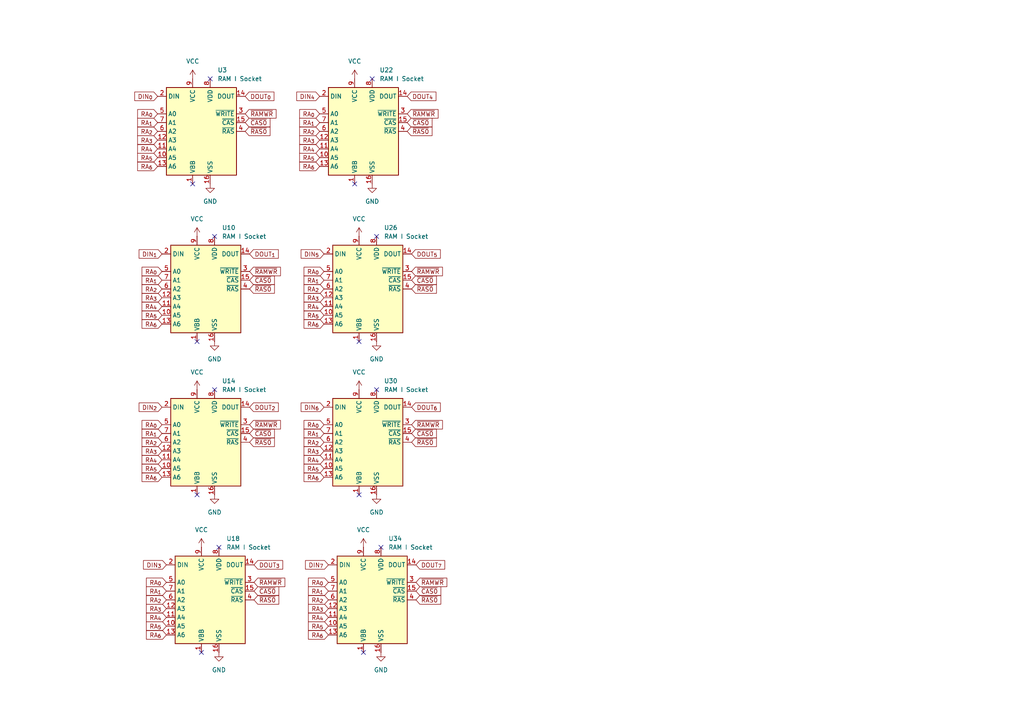
<source format=kicad_sch>
(kicad_sch (version 20250114) (generator "eeschema") (generator_version "9.0")
  (paper "A4")
  (title_block (title "Sharp MZ-80B Bank I RAM") (date "9/FEB/2026") (rev "A") (company "Brett Hallen") (comment 4 "Redrawn from Service Manual schematic"))
  (lib_symbols
    (symbol "Memory_RAM:MK4116N"
      (property "Reference" "U" (at -10.16 13.335 0))
      (property "Value" "MK4116N" (at 5.08 13.716 0))
      (symbol "MK4116N_0_0"
        (pin power_in line (at -2.54 15.24 270) (length 2.54) (name "VCC") (number "9"))
        (pin power_in line (at -2.54 -15.24 90) (length 2.54) (name "VBB") (number "1"))
        (pin power_in line (at 2.54 15.24 270) (length 2.54) (name "VDD") (number "8"))
        (pin power_in line (at 2.54 -15.24 90) (length 2.54) (name "VSS") (number "16"))
      )
      (symbol "MK4116N_0_1"
        (rectangle (start -10.16 12.7) (end 10.16 -12.7) (stroke (width 0.254)) (fill (type background)))
      )
      (symbol "MK4116N_1_1"
        (pin input line (at -12.7 10.16 0) (length 2.54) (name "DIN") (number "2"))
        (pin input line (at -12.7 5.08 0) (length 2.54) (name "A0") (number "5"))
        (pin input line (at -12.7 2.54 0) (length 2.54) (name "A1") (number "7"))
        (pin input line (at -12.7 0 0) (length 2.54) (name "A2") (number "6"))
        (pin input line (at -12.7 -2.54 0) (length 2.54) (name "A3") (number "12"))
        (pin input line (at -12.7 -5.08 0) (length 2.54) (name "A4") (number "11"))
        (pin input line (at -12.7 -7.62 0) (length 2.54) (name "A5") (number "10"))
        (pin input line (at -12.7 -10.16 0) (length 2.54) (name "A6") (number "13"))
        (pin tri_state line (at 12.7 10.16 180) (length 2.54) (name "DOUT") (number "14"))
        (pin input line (at 12.7 5.08 180) (length 2.54) (name "~{WRITE}") (number "3"))
        (pin input line (at 12.7 2.54 180) (length 2.54) (name "~{CAS}") (number "15"))
        (pin input line (at 12.7 0 180) (length 2.54) (name "~{RAS}") (number "4"))
      )
    )
    (symbol "power:GND" (power) (pin_numbers (hide yes)) (pin_names (offset 0) (hide yes))
      (property "Value" "GND" (at 0 -3.81 0))
      (symbol "GND_0_1"
        (polyline (pts (xy 0 0) (xy 0 -1.27) (xy 1.27 -1.27) (xy 0 -2.54) (xy -1.27 -1.27) (xy 0 -1.27)))
      )
      (symbol "GND_1_1"
        (pin power_in line (at 0 0 270) (length 0) (name "~") (number "1"))
      )
    )
    (symbol "power:VCC" (power) (pin_numbers (hide yes)) (pin_names (offset 0) (hide yes))
      (property "Value" "VCC" (at 0 3.556 0))
      (symbol "VCC_0_1"
        (polyline (pts (xy -0.762 1.27) (xy 0 2.54)))
        (polyline (pts (xy 0 2.54) (xy 0.762 1.27)))
        (polyline (pts (xy 0 0) (xy 0 2.54)))
      )
      (symbol "VCC_1_1"
        (pin power_in line (at 0 0 90) (length 0) (name "~") (number "1"))
      )
    )
  )
  (no_connect (at 63.5 158.75))
  (no_connect (at 60.96 22.86))
  (no_connect (at 109.22 68.58))
  (no_connect (at 110.49 158.75))
  (no_connect (at 62.23 68.58))
  (no_connect (at 57.15 99.06))
  (no_connect (at 55.88 53.34))
  (no_connect (at 105.41 189.23))
  (no_connect (at 62.23 113.03))
  (no_connect (at 104.14 143.51))
  (no_connect (at 102.87 53.34))
  (no_connect (at 109.22 113.03))
  (no_connect (at 107.95 22.86))
  (no_connect (at 57.15 143.51))
  (no_connect (at 104.14 99.06))
  (no_connect (at 58.42 189.23))
  (global_label "~{RAMWR}" (shape input) (at 119.38 78.74 0) (property "Intersheetrefs" "${INTERSHEET_REFS}" (effects (hide yes))))
  (global_label "~{RAMWR}" (shape input) (at 73.66 168.91 0) (property "Intersheetrefs" "${INTERSHEET_REFS}" (effects (hide yes))))
  (global_label "RA_{4}" (shape input) (at 93.98 88.9 180) (property "Intersheetrefs" "${INTERSHEET_REFS}" (effects (hide yes))))
  (global_label "~{RAS0}" (shape input) (at 73.66 173.99 0) (property "Intersheetrefs" "${INTERSHEET_REFS}" (effects (hide yes))))
  (global_label "RA_{1}" (shape input) (at 92.71 35.56 180) (property "Intersheetrefs" "${INTERSHEET_REFS}" (effects (hide yes))))
  (global_label "RA_{1}" (shape input) (at 46.99 125.73 180) (property "Intersheetrefs" "${INTERSHEET_REFS}" (effects (hide yes))))
  (global_label "DIN_{7}" (shape input) (at 95.25 163.83 180) (property "Intersheetrefs" "${INTERSHEET_REFS}" (effects (hide yes))))
  (global_label "RA_{2}" (shape input) (at 93.98 83.82 180) (property "Intersheetrefs" "${INTERSHEET_REFS}" (effects (hide yes))))
  (global_label "RA_{5}" (shape input) (at 48.26 181.61 180) (property "Intersheetrefs" "${INTERSHEET_REFS}" (effects (hide yes))))
  (global_label "RA_{6}" (shape input) (at 45.72 48.26 180) (property "Intersheetrefs" "${INTERSHEET_REFS}" (effects (hide yes))))
  (global_label "RA_{0}" (shape input) (at 95.25 168.91 180) (property "Intersheetrefs" "${INTERSHEET_REFS}" (effects (hide yes))))
  (global_label "~{RAS0}" (shape input) (at 118.11 38.1 0) (property "Intersheetrefs" "${INTERSHEET_REFS}" (effects (hide yes))))
  (global_label "RA_{0}" (shape input) (at 92.71 33.02 180) (property "Intersheetrefs" "${INTERSHEET_REFS}" (effects (hide yes))))
  (global_label "RA_{4}" (shape input) (at 46.99 133.35 180) (property "Intersheetrefs" "${INTERSHEET_REFS}" (effects (hide yes))))
  (global_label "~{RAS0}" (shape input) (at 71.12 38.1 0) (property "Intersheetrefs" "${INTERSHEET_REFS}" (effects (hide yes))))
  (global_label "DIN_{2}" (shape input) (at 46.99 118.11 180) (property "Intersheetrefs" "${INTERSHEET_REFS}" (effects (hide yes))))
  (global_label "~{CAS0}" (shape input) (at 119.38 125.73 0) (property "Intersheetrefs" "${INTERSHEET_REFS}" (effects (hide yes))))
  (global_label "~{RAS0}" (shape input) (at 72.39 83.82 0) (property "Intersheetrefs" "${INTERSHEET_REFS}" (effects (hide yes))))
  (global_label "~{RAS0}" (shape input) (at 119.38 83.82 0) (property "Intersheetrefs" "${INTERSHEET_REFS}" (effects (hide yes))))
  (global_label "RA_{4}" (shape input) (at 45.72 43.18 180) (property "Intersheetrefs" "${INTERSHEET_REFS}" (effects (hide yes))))
  (global_label "~{RAMWR}" (shape input) (at 120.65 168.91 0) (property "Intersheetrefs" "${INTERSHEET_REFS}" (effects (hide yes))))
  (global_label "RA_{6}" (shape input) (at 92.71 48.26 180) (property "Intersheetrefs" "${INTERSHEET_REFS}" (effects (hide yes))))
  (global_label "RA_{2}" (shape input) (at 48.26 173.99 180) (property "Intersheetrefs" "${INTERSHEET_REFS}" (effects (hide yes))))
  (global_label "RA_{3}" (shape input) (at 46.99 86.36 180) (property "Intersheetrefs" "${INTERSHEET_REFS}" (effects (hide yes))))
  (global_label "DOUT_{4}" (shape input) (at 118.11 27.94 0) (property "Intersheetrefs" "${INTERSHEET_REFS}" (effects (hide yes))))
  (global_label "DIN_{6}" (shape input) (at 93.98 118.11 180) (property "Intersheetrefs" "${INTERSHEET_REFS}" (effects (hide yes))))
  (global_label "RA_{3}" (shape input) (at 93.98 86.36 180) (property "Intersheetrefs" "${INTERSHEET_REFS}" (effects (hide yes))))
  (global_label "RA_{2}" (shape input) (at 46.99 83.82 180) (property "Intersheetrefs" "${INTERSHEET_REFS}" (effects (hide yes))))
  (global_label "RA_{6}" (shape input) (at 93.98 138.43 180) (property "Intersheetrefs" "${INTERSHEET_REFS}" (effects (hide yes))))
  (global_label "RA_{4}" (shape input) (at 46.99 88.9 180) (property "Intersheetrefs" "${INTERSHEET_REFS}" (effects (hide yes))))
  (global_label "RA_{6}" (shape input) (at 46.99 93.98 180) (property "Intersheetrefs" "${INTERSHEET_REFS}" (effects (hide yes))))
  (global_label "RA_{0}" (shape input) (at 45.72 33.02 180) (property "Intersheetrefs" "${INTERSHEET_REFS}" (effects (hide yes))))
  (global_label "RA_{0}" (shape input) (at 93.98 123.19 180) (property "Intersheetrefs" "${INTERSHEET_REFS}" (effects (hide yes))))
  (global_label "RA_{4}" (shape input) (at 48.26 179.07 180) (property "Intersheetrefs" "${INTERSHEET_REFS}" (effects (hide yes))))
  (global_label "~{CAS0}" (shape input) (at 118.11 35.56 0) (property "Intersheetrefs" "${INTERSHEET_REFS}" (effects (hide yes))))
  (global_label "DIN_{3}" (shape input) (at 48.26 163.83 180) (property "Intersheetrefs" "${INTERSHEET_REFS}" (effects (hide yes))))
  (global_label "~{CAS0}" (shape input) (at 73.66 171.45 0) (property "Intersheetrefs" "${INTERSHEET_REFS}" (effects (hide yes))))
  (global_label "RA_{3}" (shape input) (at 92.71 40.64 180) (property "Intersheetrefs" "${INTERSHEET_REFS}" (effects (hide yes))))
  (global_label "RA_{4}" (shape input) (at 93.98 133.35 180) (property "Intersheetrefs" "${INTERSHEET_REFS}" (effects (hide yes))))
  (global_label "RA_{6}" (shape input) (at 48.26 184.15 180) (property "Intersheetrefs" "${INTERSHEET_REFS}" (effects (hide yes))))
  (global_label "RA_{3}" (shape input) (at 46.99 130.81 180) (property "Intersheetrefs" "${INTERSHEET_REFS}" (effects (hide yes))))
  (global_label "RA_{2}" (shape input) (at 93.98 128.27 180) (property "Intersheetrefs" "${INTERSHEET_REFS}" (effects (hide yes))))
  (global_label "RA_{0}" (shape input) (at 46.99 78.74 180) (property "Intersheetrefs" "${INTERSHEET_REFS}" (effects (hide yes))))
  (global_label "DOUT_{2}" (shape input) (at 72.39 118.11 0) (property "Intersheetrefs" "${INTERSHEET_REFS}" (effects (hide yes))))
  (global_label "~{RAMWR}" (shape input) (at 72.39 123.19 0) (property "Intersheetrefs" "${INTERSHEET_REFS}" (effects (hide yes))))
  (global_label "DIN_{5}" (shape input) (at 93.98 73.66 180) (property "Intersheetrefs" "${INTERSHEET_REFS}" (effects (hide yes))))
  (global_label "RA_{0}" (shape input) (at 93.98 78.74 180) (property "Intersheetrefs" "${INTERSHEET_REFS}" (effects (hide yes))))
  (global_label "RA_{2}" (shape input) (at 46.99 128.27 180) (property "Intersheetrefs" "${INTERSHEET_REFS}" (effects (hide yes))))
  (global_label "RA_{5}" (shape input) (at 46.99 91.44 180) (property "Intersheetrefs" "${INTERSHEET_REFS}" (effects (hide yes))))
  (global_label "RA_{2}" (shape input) (at 45.72 38.1 180) (property "Intersheetrefs" "${INTERSHEET_REFS}" (effects (hide yes))))
  (global_label "~{RAMWR}" (shape input) (at 118.11 33.02 0) (property "Intersheetrefs" "${INTERSHEET_REFS}" (effects (hide yes))))
  (global_label "RA_{5}" (shape input) (at 46.99 135.89 180) (property "Intersheetrefs" "${INTERSHEET_REFS}" (effects (hide yes))))
  (global_label "RA_{1}" (shape input) (at 46.99 81.28 180) (property "Intersheetrefs" "${INTERSHEET_REFS}" (effects (hide yes))))
  (global_label "RA_{1}" (shape input) (at 93.98 81.28 180) (property "Intersheetrefs" "${INTERSHEET_REFS}" (effects (hide yes))))
  (global_label "RA_{1}" (shape input) (at 45.72 35.56 180) (property "Intersheetrefs" "${INTERSHEET_REFS}" (effects (hide yes))))
  (global_label "RA_{6}" (shape input) (at 46.99 138.43 180) (property "Intersheetrefs" "${INTERSHEET_REFS}" (effects (hide yes))))
  (global_label "RA_{1}" (shape input) (at 95.25 171.45 180) (property "Intersheetrefs" "${INTERSHEET_REFS}" (effects (hide yes))))
  (global_label "RA_{3}" (shape input) (at 95.25 176.53 180) (property "Intersheetrefs" "${INTERSHEET_REFS}" (effects (hide yes))))
  (global_label "RA_{5}" (shape input) (at 45.72 45.72 180) (property "Intersheetrefs" "${INTERSHEET_REFS}" (effects (hide yes))))
  (global_label "RA_{6}" (shape input) (at 93.98 93.98 180) (property "Intersheetrefs" "${INTERSHEET_REFS}" (effects (hide yes))))
  (global_label "DIN_{4}" (shape input) (at 92.71 27.94 180) (property "Intersheetrefs" "${INTERSHEET_REFS}" (effects (hide yes))))
  (global_label "~{CAS0}" (shape input) (at 120.65 171.45 0) (property "Intersheetrefs" "${INTERSHEET_REFS}" (effects (hide yes))))
  (global_label "RA_{5}" (shape input) (at 92.71 45.72 180) (property "Intersheetrefs" "${INTERSHEET_REFS}" (effects (hide yes))))
  (global_label "RA_{2}" (shape input) (at 95.25 173.99 180) (property "Intersheetrefs" "${INTERSHEET_REFS}" (effects (hide yes))))
  (global_label "RA_{5}" (shape input) (at 93.98 91.44 180) (property "Intersheetrefs" "${INTERSHEET_REFS}" (effects (hide yes))))
  (global_label "DOUT_{3}" (shape input) (at 73.66 163.83 0) (property "Intersheetrefs" "${INTERSHEET_REFS}" (effects (hide yes))))
  (global_label "RA_{1}" (shape input) (at 48.26 171.45 180) (property "Intersheetrefs" "${INTERSHEET_REFS}" (effects (hide yes))))
  (global_label "~{RAS0}" (shape input) (at 72.39 128.27 0) (property "Intersheetrefs" "${INTERSHEET_REFS}" (effects (hide yes))))
  (global_label "RA_{3}" (shape input) (at 45.72 40.64 180) (property "Intersheetrefs" "${INTERSHEET_REFS}" (effects (hide yes))))
  (global_label "~{RAS0}" (shape input) (at 120.65 173.99 0) (property "Intersheetrefs" "${INTERSHEET_REFS}" (effects (hide yes))))
  (global_label "RA_{5}" (shape input) (at 95.25 181.61 180) (property "Intersheetrefs" "${INTERSHEET_REFS}" (effects (hide yes))))
  (global_label "DOUT_{0}" (shape input) (at 71.12 27.94 0) (property "Intersheetrefs" "${INTERSHEET_REFS}" (effects (hide yes))))
  (global_label "~{RAMWR}" (shape input) (at 71.12 33.02 0) (property "Intersheetrefs" "${INTERSHEET_REFS}" (effects (hide yes))))
  (global_label "~{CAS0}" (shape input) (at 72.39 81.28 0) (property "Intersheetrefs" "${INTERSHEET_REFS}" (effects (hide yes))))
  (global_label "RA_{3}" (shape input) (at 93.98 130.81 180) (property "Intersheetrefs" "${INTERSHEET_REFS}" (effects (hide yes))))
  (global_label "RA_{4}" (shape input) (at 92.71 43.18 180) (property "Intersheetrefs" "${INTERSHEET_REFS}" (effects (hide yes))))
  (global_label "RA_{2}" (shape input) (at 92.71 38.1 180) (property "Intersheetrefs" "${INTERSHEET_REFS}" (effects (hide yes))))
  (global_label "~{RAS0}" (shape input) (at 119.38 128.27 0) (property "Intersheetrefs" "${INTERSHEET_REFS}" (effects (hide yes))))
  (global_label "DOUT_{5}" (shape input) (at 119.38 73.66 0) (property "Intersheetrefs" "${INTERSHEET_REFS}" (effects (hide yes))))
  (global_label "DOUT_{6}" (shape input) (at 119.38 118.11 0) (property "Intersheetrefs" "${INTERSHEET_REFS}" (effects (hide yes))))
  (global_label "RA_{6}" (shape input) (at 95.25 184.15 180) (property "Intersheetrefs" "${INTERSHEET_REFS}" (effects (hide yes))))
  (global_label "RA_{0}" (shape input) (at 46.99 123.19 180) (property "Intersheetrefs" "${INTERSHEET_REFS}" (effects (hide yes))))
  (global_label "~{CAS0}" (shape input) (at 71.12 35.56 0) (property "Intersheetrefs" "${INTERSHEET_REFS}" (effects (hide yes))))
  (global_label "RA_{0}" (shape input) (at 48.26 168.91 180) (property "Intersheetrefs" "${INTERSHEET_REFS}" (effects (hide yes))))
  (global_label "RA_{4}" (shape input) (at 95.25 179.07 180) (property "Intersheetrefs" "${INTERSHEET_REFS}" (effects (hide yes))))
  (global_label "~{RAMWR}" (shape input) (at 72.39 78.74 0) (property "Intersheetrefs" "${INTERSHEET_REFS}" (effects (hide yes))))
  (global_label "DOUT_{1}" (shape input) (at 72.39 73.66 0) (property "Intersheetrefs" "${INTERSHEET_REFS}" (effects (hide yes))))
  (global_label "~{RAMWR}" (shape input) (at 119.38 123.19 0) (property "Intersheetrefs" "${INTERSHEET_REFS}" (effects (hide yes))))
  (global_label "RA_{3}" (shape input) (at 48.26 176.53 180) (property "Intersheetrefs" "${INTERSHEET_REFS}" (effects (hide yes))))
  (global_label "RA_{5}" (shape input) (at 93.98 135.89 180) (property "Intersheetrefs" "${INTERSHEET_REFS}" (effects (hide yes))))
  (global_label "DOUT_{7}" (shape input) (at 120.65 163.83 0) (property "Intersheetrefs" "${INTERSHEET_REFS}" (effects (hide yes))))
  (global_label "DIN_{0}" (shape input) (at 45.72 27.94 180) (property "Intersheetrefs" "${INTERSHEET_REFS}" (effects (hide yes))))
  (global_label "RA_{1}" (shape input) (at 93.98 125.73 180) (property "Intersheetrefs" "${INTERSHEET_REFS}" (effects (hide yes))))
  (global_label "~{CAS0}" (shape input) (at 72.39 125.73 0) (property "Intersheetrefs" "${INTERSHEET_REFS}" (effects (hide yes))))
  (global_label "~{CAS0}" (shape input) (at 119.38 81.28 0) (property "Intersheetrefs" "${INTERSHEET_REFS}" (effects (hide yes))))
  (global_label "DIN_{1}" (shape input) (at 46.99 73.66 180) (property "Intersheetrefs" "${INTERSHEET_REFS}" (effects (hide yes))))
  (symbol (lib_id "Memory_RAM:MK4116N") (at 105.41 38.1 0) (unit 1)
    (property "Reference" "U22" (at 110.0933 20.32 0) (effects (justify left)))
    (property "Value" "RAM I Socket" (at 110.0933 22.86 0) (effects (justify left)))
    (property "Footprint" "Package_DIP:DIP-16_W7.62mm" (effects (hide yes)))
    (property "Datasheet" "https://deramp.com/downloads/mfe_archive/050-Component%20Specifications/Mostek/1980_Mostek_Memory_Data_Book_and_Designers_Guide.pdf#page=98" (effects (hide yes)))
    (property "Description" "16384 x 1 bit Dynamic RAM, 150/200/250ns access time, VBB -5V, VCC 5V, VDD 12V, ±10% tolerance on all power supplies, TTL compatible inputs, DIP-16 (Epoxy/Plastic package)" (effects (hide yes)))
  )
  (symbol (lib_id "Memory_RAM:MK4116N") (at 58.42 38.1 0) (unit 1)
    (property "Reference" "U3" (at 63.1033 20.32 0) (effects (justify left)))
    (property "Value" "RAM I Socket" (at 63.1033 22.86 0) (effects (justify left)))
    (property "Footprint" "Package_DIP:DIP-16_W7.62mm" (effects (hide yes)))
    (property "Datasheet" "https://deramp.com/downloads/mfe_archive/050-Component%20Specifications/Mostek/1980_Mostek_Memory_Data_Book_and_Designers_Guide.pdf#page=98" (effects (hide yes)))
    (property "Description" "16384 x 1 bit Dynamic RAM, 150/200/250ns access time, VBB -5V, VCC 5V, VDD 12V, ±10% tolerance on all power supplies, TTL compatible inputs, DIP-16 (Epoxy/Plastic package)" (effects (hide yes)))
  )
  (symbol (lib_id "power:VCC") (at 105.41 158.75 0) (unit 1)
    (property "Reference" "#PWR066" (effects (hide yes)))
    (property "Value" "VCC" (at 105.41 153.67 0))
    (property "Description" "Power symbol creates a global label with name \"VCC\"" (effects (hide yes)))
  )
  (symbol (lib_id "power:VCC") (at 55.88 22.86 0) (unit 1)
    (property "Reference" "#PWR01" (effects (hide yes)))
    (property "Value" "VCC" (at 55.88 17.78 0))
    (property "Description" "Power symbol creates a global label with name \"VCC\"" (effects (hide yes)))
  )
  (symbol (lib_id "power:GND") (at 62.23 99.06 0) (unit 1)
    (property "Reference" "#PWR022" (effects (hide yes)))
    (property "Value" "GND" (at 62.23 104.14 0))
    (property "Description" "Power symbol creates a global label with name \"GND\" , ground" (effects (hide yes)))
  )
  (symbol (lib_id "power:VCC") (at 57.15 68.58 0) (unit 1)
    (property "Reference" "#PWR018" (effects (hide yes)))
    (property "Value" "VCC" (at 57.15 63.5 0))
    (property "Description" "Power symbol creates a global label with name \"VCC\"" (effects (hide yes)))
  )
  (symbol (lib_id "power:VCC") (at 58.42 158.75 0) (unit 1)
    (property "Reference" "#PWR034" (effects (hide yes)))
    (property "Value" "VCC" (at 58.42 153.67 0))
    (property "Description" "Power symbol creates a global label with name \"VCC\"" (effects (hide yes)))
  )
  (symbol (lib_id "power:GND") (at 63.5 189.23 0) (unit 1)
    (property "Reference" "#PWR038" (effects (hide yes)))
    (property "Value" "GND" (at 63.5 194.31 0))
    (property "Description" "Power symbol creates a global label with name \"GND\" , ground" (effects (hide yes)))
  )
  (symbol (lib_id "power:VCC") (at 57.15 113.03 0) (unit 1)
    (property "Reference" "#PWR026" (effects (hide yes)))
    (property "Value" "VCC" (at 57.15 107.95 0))
    (property "Description" "Power symbol creates a global label with name \"VCC\"" (effects (hide yes)))
  )
  (symbol (lib_id "power:GND") (at 60.96 53.34 0) (unit 1)
    (property "Reference" "#PWR02" (effects (hide yes)))
    (property "Value" "GND" (at 60.96 58.42 0))
    (property "Description" "Power symbol creates a global label with name \"GND\" , ground" (effects (hide yes)))
  )
  (symbol (lib_id "Memory_RAM:MK4116N") (at 59.69 128.27 0) (unit 1)
    (property "Reference" "U14" (at 64.3733 110.49 0) (effects (justify left)))
    (property "Value" "RAM I Socket" (at 64.3733 113.03 0) (effects (justify left)))
    (property "Footprint" "Package_DIP:DIP-16_W7.62mm" (effects (hide yes)))
    (property "Datasheet" "https://deramp.com/downloads/mfe_archive/050-Component%20Specifications/Mostek/1980_Mostek_Memory_Data_Book_and_Designers_Guide.pdf#page=98" (effects (hide yes)))
    (property "Description" "16384 x 1 bit Dynamic RAM, 150/200/250ns access time, VBB -5V, VCC 5V, VDD 12V, ±10% tolerance on all power supplies, TTL compatible inputs, DIP-16 (Epoxy/Plastic package)" (effects (hide yes)))
  )
  (symbol (lib_id "Memory_RAM:MK4116N") (at 106.68 83.82 0) (unit 1)
    (property "Reference" "U26" (at 111.3633 66.04 0) (effects (justify left)))
    (property "Value" "RAM I Socket" (at 111.3633 68.58 0) (effects (justify left)))
    (property "Footprint" "Package_DIP:DIP-16_W7.62mm" (effects (hide yes)))
    (property "Datasheet" "https://deramp.com/downloads/mfe_archive/050-Component%20Specifications/Mostek/1980_Mostek_Memory_Data_Book_and_Designers_Guide.pdf#page=98" (effects (hide yes)))
    (property "Description" "16384 x 1 bit Dynamic RAM, 150/200/250ns access time, VBB -5V, VCC 5V, VDD 12V, ±10% tolerance on all power supplies, TTL compatible inputs, DIP-16 (Epoxy/Plastic package)" (effects (hide yes)))
  )
  (symbol (lib_id "Memory_RAM:MK4116N") (at 107.95 173.99 0) (unit 1)
    (property "Reference" "U34" (at 112.6333 156.21 0) (effects (justify left)))
    (property "Value" "RAM I Socket" (at 112.6333 158.75 0) (effects (justify left)))
    (property "Footprint" "Package_DIP:DIP-16_W7.62mm" (effects (hide yes)))
    (property "Datasheet" "https://deramp.com/downloads/mfe_archive/050-Component%20Specifications/Mostek/1980_Mostek_Memory_Data_Book_and_Designers_Guide.pdf#page=98" (effects (hide yes)))
    (property "Description" "16384 x 1 bit Dynamic RAM, 150/200/250ns access time, VBB -5V, VCC 5V, VDD 12V, ±10% tolerance on all power supplies, TTL compatible inputs, DIP-16 (Epoxy/Plastic package)" (effects (hide yes)))
  )
  (symbol (lib_id "power:GND") (at 107.95 53.34 0) (unit 1)
    (property "Reference" "#PWR046" (effects (hide yes)))
    (property "Value" "GND" (at 107.95 58.42 0))
    (property "Description" "Power symbol creates a global label with name \"GND\" , ground" (effects (hide yes)))
  )
  (symbol (lib_id "power:GND") (at 109.22 143.51 0) (unit 1)
    (property "Reference" "#PWR062" (effects (hide yes)))
    (property "Value" "GND" (at 109.22 148.59 0))
    (property "Description" "Power symbol creates a global label with name \"GND\" , ground" (effects (hide yes)))
  )
  (symbol (lib_id "power:GND") (at 62.23 143.51 0) (unit 1)
    (property "Reference" "#PWR030" (effects (hide yes)))
    (property "Value" "GND" (at 62.23 148.59 0))
    (property "Description" "Power symbol creates a global label with name \"GND\" , ground" (effects (hide yes)))
  )
  (symbol (lib_id "Memory_RAM:MK4116N") (at 106.68 128.27 0) (unit 1)
    (property "Reference" "U30" (at 111.3633 110.49 0) (effects (justify left)))
    (property "Value" "RAM I Socket" (at 111.3633 113.03 0) (effects (justify left)))
    (property "Footprint" "Package_DIP:DIP-16_W7.62mm" (effects (hide yes)))
    (property "Datasheet" "https://deramp.com/downloads/mfe_archive/050-Component%20Specifications/Mostek/1980_Mostek_Memory_Data_Book_and_Designers_Guide.pdf#page=98" (effects (hide yes)))
    (property "Description" "16384 x 1 bit Dynamic RAM, 150/200/250ns access time, VBB -5V, VCC 5V, VDD 12V, ±10% tolerance on all power supplies, TTL compatible inputs, DIP-16 (Epoxy/Plastic package)" (effects (hide yes)))
  )
  (symbol (lib_id "power:GND") (at 110.49 189.23 0) (unit 1)
    (property "Reference" "#PWR070" (effects (hide yes)))
    (property "Value" "GND" (at 110.49 194.31 0))
    (property "Description" "Power symbol creates a global label with name \"GND\" , ground" (effects (hide yes)))
  )
  (symbol (lib_id "Memory_RAM:MK4116N") (at 60.96 173.99 0) (unit 1)
    (property "Reference" "U18" (at 65.6433 156.21 0) (effects (justify left)))
    (property "Value" "RAM I Socket" (at 65.6433 158.75 0) (effects (justify left)))
    (property "Footprint" "Package_DIP:DIP-16_W7.62mm" (effects (hide yes)))
    (property "Datasheet" "https://deramp.com/downloads/mfe_archive/050-Component%20Specifications/Mostek/1980_Mostek_Memory_Data_Book_and_Designers_Guide.pdf#page=98" (effects (hide yes)))
    (property "Description" "16384 x 1 bit Dynamic RAM, 150/200/250ns access time, VBB -5V, VCC 5V, VDD 12V, ±10% tolerance on all power supplies, TTL compatible inputs, DIP-16 (Epoxy/Plastic package)" (effects (hide yes)))
  )
  (symbol (lib_id "power:GND") (at 109.22 99.06 0) (unit 1)
    (property "Reference" "#PWR054" (effects (hide yes)))
    (property "Value" "GND" (at 109.22 104.14 0))
    (property "Description" "Power symbol creates a global label with name \"GND\" , ground" (effects (hide yes)))
  )
  (symbol (lib_id "power:VCC") (at 104.14 68.58 0) (unit 1)
    (property "Reference" "#PWR050" (effects (hide yes)))
    (property "Value" "VCC" (at 104.14 63.5 0))
    (property "Description" "Power symbol creates a global label with name \"VCC\"" (effects (hide yes)))
  )
  (symbol (lib_id "power:VCC") (at 102.87 22.86 0) (unit 1)
    (property "Reference" "#PWR042" (effects (hide yes)))
    (property "Value" "VCC" (at 102.87 17.78 0))
    (property "Description" "Power symbol creates a global label with name \"VCC\"" (effects (hide yes)))
  )
  (symbol (lib_id "power:VCC") (at 104.14 113.03 0) (unit 1)
    (property "Reference" "#PWR058" (effects (hide yes)))
    (property "Value" "VCC" (at 104.14 107.95 0))
    (property "Description" "Power symbol creates a global label with name \"VCC\"" (effects (hide yes)))
  )
  (symbol (lib_id "Memory_RAM:MK4116N") (at 59.69 83.82 0) (unit 1)
    (property "Reference" "U10" (at 64.3733 66.04 0) (effects (justify left)))
    (property "Value" "RAM I Socket" (at 64.3733 68.58 0) (effects (justify left)))
    (property "Footprint" "Package_DIP:DIP-16_W7.62mm" (effects (hide yes)))
    (property "Datasheet" "https://deramp.com/downloads/mfe_archive/050-Component%20Specifications/Mostek/1980_Mostek_Memory_Data_Book_and_Designers_Guide.pdf#page=98" (effects (hide yes)))
    (property "Description" "16384 x 1 bit Dynamic RAM, 150/200/250ns access time, VBB -5V, VCC 5V, VDD 12V, ±10% tolerance on all power supplies, TTL compatible inputs, DIP-16 (Epoxy/Plastic package)" (effects (hide yes)))
  )
)
</source>
